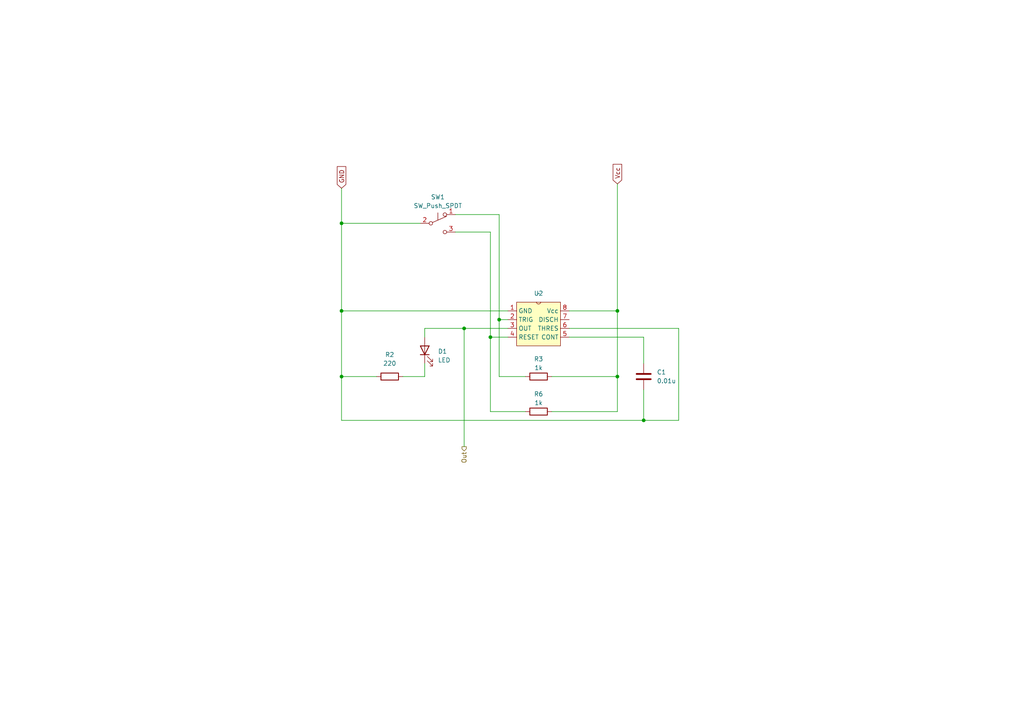
<source format=kicad_sch>
(kicad_sch (version 20230121) (generator eeschema)
  (paper "A4")
  (lib_symbols
    (symbol "Custom:NE555"
      (property "Reference" "U" (at 0 0 0))
      (symbol "NE555_0_1"
        (arc (start -0.635 -2.5513) (mid 0 -3.088) (end 0.635 -2.5513))
      )
      (symbol "NE555_1_1"
        (rectangle (start -6.35 -2.54) (end 6.35 -15.24) (fill (type background)))
        (pin passive line (at -8.89 -5.08 0) (length 2.54) (name "GND") (number "1"))
        (pin input line (at -8.89 -7.62 0) (length 2.54) (name "TRIG") (number "2"))
        (pin output line (at -8.89 -10.16 0) (length 2.54) (name "OUT") (number "3"))
        (pin input line (at -8.89 -12.7 0) (length 2.54) (name "RESET") (number "4"))
        (pin bidirectional line (at 8.89 -12.7 180) (length 2.54) (name "CONT") (number "5"))
        (pin input line (at 8.89 -10.16 180) (length 2.54) (name "THRES") (number "6"))
        (pin output line (at 8.89 -7.62 180) (length 2.54) (name "DISCH") (number "7"))
        (pin passive line (at 8.89 -5.08 180) (length 2.54) (name "Vcc") (number "8"))
      )
    )
    (symbol "Device:C" (pin_numbers hide) (pin_names (offset 0.254))
      (property "Reference" "C" (at 0.635 2.54 0))
      (property "Value" "C" (at 0.635 -2.54 0))
      (symbol "C_0_1"
        (polyline (pts (xy -2.032 -0.762) (xy 2.032 -0.762)) (stroke (width 0.508)))
        (polyline (pts (xy -2.032 0.762) (xy 2.032 0.762)) (stroke (width 0.508)))
      )
      (symbol "C_1_1"
        (pin passive line (at 0 3.81 270) (length 2.794) (name "~") (number "1"))
        (pin passive line (at 0 -3.81 90) (length 2.794) (name "~") (number "2"))
      )
    )
    (symbol "Device:LED" (pin_numbers hide) (pin_names (offset 1.016) hide)
      (property "Reference" "D" (at 0 2.54 0))
      (property "Value" "LED" (at 0 -2.54 0))
      (symbol "LED_0_1"
        (polyline (pts (xy -1.27 -1.27) (xy -1.27 1.27)) (stroke (width 0.254)))
        (polyline (pts (xy -1.27 0) (xy 1.27 0)))
        (polyline (pts (xy 1.27 -1.27) (xy 1.27 1.27) (xy -1.27 0) (xy 1.27 -1.27)) (stroke (width 0.254)))
        (polyline (pts (xy -3.048 -0.762) (xy -4.572 -2.286) (xy -3.81 -2.286) (xy -4.572 -2.286) (xy -4.572 -1.524)))
        (polyline (pts (xy -1.778 -0.762) (xy -3.302 -2.286) (xy -2.54 -2.286) (xy -3.302 -2.286) (xy -3.302 -1.524)))
      )
      (symbol "LED_1_1"
        (pin passive line (at -3.81 0 0) (length 2.54) (name "K") (number "1"))
        (pin passive line (at 3.81 0 180) (length 2.54) (name "A") (number "2"))
      )
    )
    (symbol "Device:R" (pin_numbers hide) (pin_names (offset 0))
      (property "Reference" "R" (at 2.032 0 90))
      (property "Value" "R" (at 0 0 90))
      (symbol "R_0_1"
        (rectangle (start -1.016 -2.54) (end 1.016 2.54) (stroke (width 0.254)))
      )
      (symbol "R_1_1"
        (pin passive line (at 0 3.81 270) (length 1.27) (name "~") (number "1"))
        (pin passive line (at 0 -3.81 90) (length 1.27) (name "~") (number "2"))
      )
    )
    (symbol "Switch:SW_Push_SPDT" (pin_names (offset 0) hide)
      (property "Reference" "SW" (at 0 4.318 0))
      (property "Value" "SW_Push_SPDT" (at 0 -5.08 0))
      (symbol "SW_Push_SPDT_0_0"
        (circle (center -2.032 0) (radius 0.508))
        (polyline (pts (xy 0 1.016) (xy 0 3.048)))
        (circle (center 2.032 -2.54) (radius 0.508))
      )
      (symbol "SW_Push_SPDT_0_1"
        (polyline (pts (xy -1.524 0.254) (xy 2.54 2.032)))
        (circle (center 2.032 2.54) (radius 0.508))
      )
      (symbol "SW_Push_SPDT_1_1"
        (pin passive line (at 5.08 2.54 180) (length 2.54) (name "A") (number "1"))
        (pin passive line (at -5.08 0 0) (length 2.54) (name "B") (number "2"))
        (pin passive line (at 5.08 -2.54 180) (length 2.54) (name "C") (number "3"))
      )
    )
  )
  (junction (at 99.06 90.17))
  (junction (at 179.07 109.22))
  (junction (at 134.62 95.25))
  (junction (at 142.24 97.79))
  (junction (at 99.06 64.77))
  (junction (at 179.07 90.17))
  (junction (at 99.06 109.22))
  (junction (at 186.69 121.92))
  (junction (at 144.78 92.71))
  (wire (pts (xy 142.24 97.79) (xy 147.32 97.79)))
  (wire (pts (xy 132.08 67.31) (xy 142.24 67.31)))
  (wire (pts (xy 160.02 119.38) (xy 179.07 119.38)))
  (wire (pts (xy 179.07 53.34) (xy 179.07 90.17)))
  (wire (pts (xy 147.32 90.17) (xy 99.06 90.17)))
  (wire (pts (xy 144.78 92.71) (xy 144.78 62.23)))
  (wire (pts (xy 160.02 109.22) (xy 179.07 109.22)))
  (wire (pts (xy 99.06 64.77) (xy 121.92 64.77)))
  (wire (pts (xy 165.1 95.25) (xy 196.85 95.25)))
  (wire (pts (xy 196.85 121.92) (xy 186.69 121.92)))
  (wire (pts (xy 99.06 54.61) (xy 99.06 64.77)))
  (wire (pts (xy 152.4 119.38) (xy 142.24 119.38)))
  (wire (pts (xy 186.69 105.41) (xy 186.69 97.79)))
  (wire (pts (xy 99.06 121.92) (xy 99.06 109.22)))
  (wire (pts (xy 179.07 90.17) (xy 179.07 109.22)))
  (wire (pts (xy 99.06 109.22) (xy 99.06 90.17)))
  (wire (pts (xy 142.24 119.38) (xy 142.24 97.79)))
  (wire (pts (xy 152.4 109.22) (xy 144.78 109.22)))
  (wire (pts (xy 144.78 109.22) (xy 144.78 92.71)))
  (wire (pts (xy 196.85 95.25) (xy 196.85 121.92)))
  (wire (pts (xy 142.24 67.31) (xy 142.24 97.79)))
  (wire (pts (xy 134.62 95.25) (xy 134.62 129.54)))
  (wire (pts (xy 109.22 109.22) (xy 99.06 109.22)))
  (wire (pts (xy 186.69 113.03) (xy 186.69 121.92)))
  (wire (pts (xy 123.19 95.25) (xy 123.19 97.79)))
  (wire (pts (xy 179.07 109.22) (xy 179.07 119.38)))
  (wire (pts (xy 116.84 109.22) (xy 123.19 109.22)))
  (wire (pts (xy 123.19 109.22) (xy 123.19 105.41)))
  (wire (pts (xy 186.69 121.92) (xy 99.06 121.92)))
  (wire (pts (xy 186.69 97.79) (xy 165.1 97.79)))
  (wire (pts (xy 134.62 95.25) (xy 123.19 95.25)))
  (wire (pts (xy 165.1 90.17) (xy 179.07 90.17)))
  (wire (pts (xy 147.32 95.25) (xy 134.62 95.25)))
  (wire (pts (xy 144.78 62.23) (xy 132.08 62.23)))
  (wire (pts (xy 99.06 64.77) (xy 99.06 90.17)))
  (wire (pts (xy 144.78 92.71) (xy 147.32 92.71)))
  (global_label "GND" (shape input) (at 99.06 54.61 90) (property "Intersheetrefs" "${INTERSHEET_REFS}" (effects hide)))
  (global_label "Vcc" (shape input) (at 179.07 53.34 90) (property "Intersheetrefs" "${INTERSHEET_REFS}" (effects hide)))
  (hierarchical_label "Out" (shape output) (at 134.62 129.54 270))
  (symbol (lib_id "Device:C") (at 186.69 109.22 180) (unit 1)
    (property "Reference" "C1" (at 190.5 107.95 0) (effects (justify right)))
    (property "Value" "0.01u" (at 190.5 110.49 0) (effects (justify right)))
    (property "Footprint" "Capacitor_SMD:C_0805_2012Metric_Pad1.18x1.45mm_HandSolder" (effects hide))
    (property "LCSC" "C3015138" (effects hide))
    (instances (project "clock" (path "" (reference "C1") (unit 1))) (project "cumputer" (path "" (reference "C6") (unit 1))))
  )
  (symbol (lib_id "Device:R") (at 113.03 109.22 90) (unit 1)
    (property "Reference" "R2" (at 113.03 102.87 90))
    (property "Value" "220" (at 113.03 105.41 90))
    (property "Footprint" "Resistor_SMD:R_1206_3216Metric_Pad1.30x1.75mm_HandSolder" (effects hide))
    (property "LCSC" "C2933642" (effects hide))
    (instances (project "clock" (path "" (reference "R2") (unit 1))) (project "cumputer" (path "" (reference "R8") (unit 1))))
  )
  (symbol (lib_id "Device:LED") (at 123.19 101.6 90) (unit 1)
    (property "Reference" "D1" (at 127 101.9175 90) (effects (justify right)))
    (property "Value" "LED" (at 127 104.4575 90) (effects (justify right)))
    (property "Footprint" "LED_SMD:LED_1206_3216Metric_Pad1.42x1.75mm_HandSolder" (effects hide))
    (property "LCSC" "C965799" (effects hide))
    (instances (project "clock" (path "" (reference "D1") (unit 1))) (project "cumputer" (path "" (reference "D3") (unit 1))))
  )
  (symbol (lib_id "Device:R") (at 156.21 109.22 270) (unit 1)
    (property "Reference" "R3" (at 156.21 104.14 90))
    (property "Value" "1k" (at 156.21 106.68 90))
    (property "Footprint" "Resistor_SMD:R_1206_3216Metric_Pad1.30x1.75mm_HandSolder" (effects hide))
    (property "LCSC" "C4410" (effects hide))
    (instances (project "clock" (path "" (reference "R3") (unit 1))) (project "cumputer" (path "" (reference "R9") (unit 1))))
  )
  (symbol (lib_id "Switch:SW_Push_SPDT") (at 127 64.77 0) (unit 1)
    (property "Reference" "SW1" (at 127 57.15 0))
    (property "Value" "SW_Push_SPDT" (at 127 59.69 0))
    (property "Footprint" "Button_Switch_THT:SW_Push_2P2T_Toggle_CK_PVA2xxH1xxxxxxV2" (effects hide))
    (instances (project "clock" (path "" (reference "SW1") (unit 1)) (path "" (reference "SW2") (unit 1))))
  )
  (symbol (lib_id "Device:R") (at 156.21 119.38 270) (unit 1)
    (property "Reference" "R6" (at 156.21 114.3 90))
    (property "Value" "1k" (at 156.21 116.84 90))
    (property "Footprint" "Resistor_SMD:R_1206_3216Metric_Pad1.30x1.75mm_HandSolder" (effects hide))
    (property "LCSC" "C4410" (effects hide))
    (instances (project "clock" (path "" (reference "R6") (unit 1))) (project "cumputer" (path "" (reference "R10") (unit 1))))
  )
  (symbol (lib_id "Custom:NE555") (at 156.21 85.09 0) (unit 1)
    (property "Reference" "U2" (at 156.21 85.09 0))
    (property "Value" "~" (at 156.21 85.09 0))
    (property "Footprint" "DIP Socket:DIP-8_W7.62mm_Socket_LongPads" (effects hide))
    (property "LCSC" "C18164403" (effects hide))
    (instances (project "clock" (path "" (reference "U2") (unit 1))) (project "cumputer" (path "" (reference "U3") (unit 1))))
  )
)
</source>
